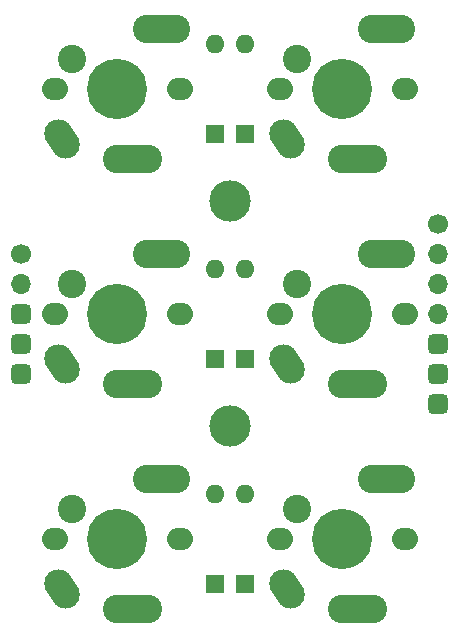
<source format=gts>
G04 #@! TF.GenerationSoftware,KiCad,Pcbnew,7.0.5*
G04 #@! TF.CreationDate,2023-08-14T09:41:05+08:00*
G04 #@! TF.ProjectId,LA,4c412e6b-6963-4616-945f-706362585858,rev?*
G04 #@! TF.SameCoordinates,Original*
G04 #@! TF.FileFunction,Soldermask,Top*
G04 #@! TF.FilePolarity,Negative*
%FSLAX46Y46*%
G04 Gerber Fmt 4.6, Leading zero omitted, Abs format (unit mm)*
G04 Created by KiCad (PCBNEW 7.0.5) date 2023-08-14 09:41:05*
%MOMM*%
%LPD*%
G01*
G04 APERTURE LIST*
G04 Aperture macros list*
%AMRoundRect*
0 Rectangle with rounded corners*
0 $1 Rounding radius*
0 $2 $3 $4 $5 $6 $7 $8 $9 X,Y pos of 4 corners*
0 Add a 4 corners polygon primitive as box body*
4,1,4,$2,$3,$4,$5,$6,$7,$8,$9,$2,$3,0*
0 Add four circle primitives for the rounded corners*
1,1,$1+$1,$2,$3*
1,1,$1+$1,$4,$5*
1,1,$1+$1,$6,$7*
1,1,$1+$1,$8,$9*
0 Add four rect primitives between the rounded corners*
20,1,$1+$1,$2,$3,$4,$5,0*
20,1,$1+$1,$4,$5,$6,$7,0*
20,1,$1+$1,$6,$7,$8,$9,0*
20,1,$1+$1,$8,$9,$2,$3,0*%
%AMHorizOval*
0 Thick line with rounded ends*
0 $1 width*
0 $2 $3 position (X,Y) of the first rounded end (center of the circle)*
0 $4 $5 position (X,Y) of the second rounded end (center of the circle)*
0 Add line between two ends*
20,1,$1,$2,$3,$4,$5,0*
0 Add two circle primitives to create the rounded ends*
1,1,$1,$2,$3*
1,1,$1,$4,$5*%
%AMOutline4P*
0 Free polygon, 4 corners , with rotation*
0 The origin of the aperture is its center*
0 number of corners: always 4*
0 $1 to $8 corner X, Y*
0 $9 Rotation angle, in degrees counterclockwise*
0 create outline with 4 corners*
4,1,4,$1,$2,$3,$4,$5,$6,$7,$8,$1,$2,$9*%
G04 Aperture macros list end*
%ADD10O,2.200000X1.900000*%
%ADD11C,5.100000*%
%ADD12HorizOval,2.400000X-0.305164X0.457575X0.305164X-0.457575X0*%
%ADD13C,2.400000*%
%ADD14Outline4P,-1.300000X-1.200000X1.300000X-1.200000X1.300000X1.200000X-1.300000X1.200000X0.000000*%
%ADD15Outline4P,-1.200000X-1.200000X1.200000X-1.200000X1.200000X1.200000X-1.200000X1.200000X0.000000*%
%ADD16C,3.500000*%
%ADD17C,1.700000*%
%ADD18O,1.700000X1.700000*%
%ADD19RoundRect,0.425000X-0.425000X-0.425000X0.425000X-0.425000X0.425000X0.425000X-0.425000X0.425000X0*%
%ADD20R,1.600000X1.600000*%
%ADD21O,1.600000X1.600000*%
G04 APERTURE END LIST*
D10*
X136810000Y-54430000D03*
D11*
X142110000Y-54430000D03*
D10*
X147410000Y-54430000D03*
D12*
X137410000Y-58680000D03*
D13*
X138300000Y-51890000D03*
X142110000Y-60330000D03*
D14*
X143410000Y-60330000D03*
D13*
X144650000Y-49330000D03*
X144710000Y-60330000D03*
D15*
X145880000Y-49330000D03*
D13*
X147110000Y-49330000D03*
D10*
X117760000Y-54430000D03*
D11*
X123060000Y-54430000D03*
D10*
X128360000Y-54430000D03*
D12*
X118360000Y-58680000D03*
D13*
X119250000Y-51890000D03*
X123060000Y-60330000D03*
D14*
X124360000Y-60330000D03*
D13*
X125600000Y-49330000D03*
X125660000Y-60330000D03*
D15*
X126830000Y-49330000D03*
D13*
X128060000Y-49330000D03*
D16*
X132585000Y-83005000D03*
X132585000Y-63955000D03*
D17*
X150230000Y-65860000D03*
D18*
X150230000Y-68400000D03*
X150230000Y-70940000D03*
X150230000Y-73480000D03*
D19*
X150230000Y-76020000D03*
X150230000Y-78560000D03*
X150230000Y-81100000D03*
D10*
X117760000Y-92530000D03*
D11*
X123060000Y-92530000D03*
D10*
X128360000Y-92530000D03*
D12*
X118360000Y-96780000D03*
D13*
X119250000Y-89990000D03*
X123060000Y-98430000D03*
D14*
X124360000Y-98430000D03*
D13*
X125600000Y-87430000D03*
X125660000Y-98430000D03*
D15*
X126830000Y-87430000D03*
D13*
X128060000Y-87430000D03*
D10*
X136810000Y-73480000D03*
D11*
X142110000Y-73480000D03*
D10*
X147410000Y-73480000D03*
D12*
X137410000Y-77730000D03*
D13*
X138300000Y-70940000D03*
X142110000Y-79380000D03*
D14*
X143410000Y-79380000D03*
D13*
X144650000Y-68380000D03*
X144710000Y-79380000D03*
D15*
X145880000Y-68380000D03*
D13*
X147110000Y-68380000D03*
D10*
X136810000Y-92530000D03*
D11*
X142110000Y-92530000D03*
D10*
X147410000Y-92530000D03*
D12*
X137410000Y-96780000D03*
D13*
X138300000Y-89990000D03*
X142110000Y-98430000D03*
D14*
X143410000Y-98430000D03*
D13*
X144650000Y-87430000D03*
X144710000Y-98430000D03*
D15*
X145880000Y-87430000D03*
D13*
X147110000Y-87430000D03*
D10*
X117760000Y-73480000D03*
D11*
X123060000Y-73480000D03*
D10*
X128360000Y-73480000D03*
D12*
X118360000Y-77730000D03*
D13*
X119250000Y-70940000D03*
X123060000Y-79380000D03*
D14*
X124360000Y-79380000D03*
D13*
X125600000Y-68380000D03*
X125660000Y-79380000D03*
D15*
X126830000Y-68380000D03*
D13*
X128060000Y-68380000D03*
D17*
X114900000Y-68400000D03*
D18*
X114900000Y-70940000D03*
D19*
X114900000Y-73480000D03*
X114900000Y-76020000D03*
X114900000Y-78560000D03*
D20*
X131315000Y-77280000D03*
D21*
X131315000Y-69680000D03*
D20*
X133855000Y-96330000D03*
D21*
X133855000Y-88730000D03*
D20*
X131315000Y-96330000D03*
D21*
X131315000Y-88730000D03*
D20*
X131315000Y-58230000D03*
D21*
X131315000Y-50630000D03*
D20*
X133855000Y-77280000D03*
D21*
X133855000Y-69680000D03*
D20*
X133855000Y-58230000D03*
D21*
X133855000Y-50630000D03*
M02*

</source>
